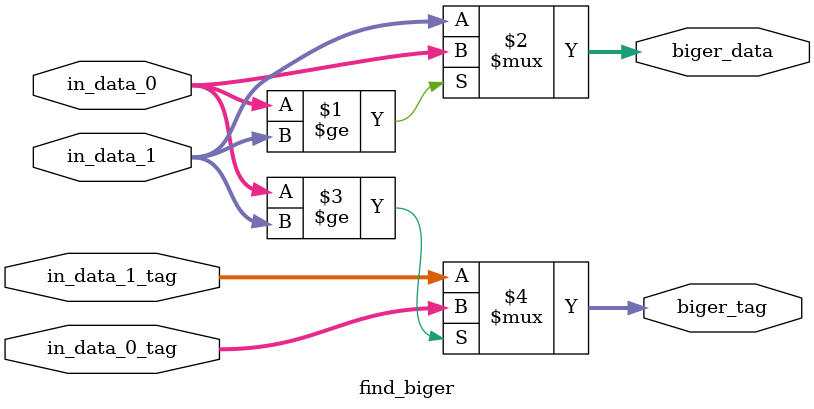
<source format=v>
module  FAS (data_valid, data, clk, rst, fir_d, fir_valid, fft_valid, done, freq,
 fft_d1, fft_d2, fft_d3, fft_d4, fft_d5, fft_d6, fft_d7, fft_d8,
 fft_d9, fft_d10, fft_d11, fft_d12, fft_d13, fft_d14, fft_d15, fft_d0);
input clk, rst;
input data_valid;
input [15:0] data; 

output fir_valid, fft_valid;
output [15:0] fir_d;
output [31:0] fft_d1, fft_d2, fft_d3, fft_d4, fft_d5, fft_d6, fft_d7, fft_d8;
output [31:0] fft_d9, fft_d10, fft_d11, fft_d12, fft_d13, fft_d14, fft_d15, fft_d0;
output done;
output [3:0] freq;
//`include "./dat/FIR_coefficient.dat"

FIR a(
.clk(clk),
.rst(rst),
.enable(data_valid),
.data_in(data),
.Y(fir_d),
.valid_out(fir_valid)
);

FFT b(
.clk(clk),
.rst(rst),
.fir_d(fir_d),
.fir_valid(fir_valid),
.fft_valid(fft_valid),
.fft_d0(fft_d0),
.fft_d1(fft_d1),
.fft_d2(fft_d2),
.fft_d3(fft_d3),
.fft_d4(fft_d4),
.fft_d5(fft_d5),
.fft_d6(fft_d6),
.fft_d7(fft_d7),
.fft_d8(fft_d8),
.fft_d9(fft_d9),
.fft_d10(fft_d10),
.fft_d11(fft_d11),
.fft_d12(fft_d12),
.fft_d13(fft_d13),
.fft_d14(fft_d14),
.fft_d15(fft_d15)
);


Analysis c(
.clk(clk),
.rst(rst),
.fft_valid(fft_valid),
.fft_d0(fft_d0),
.fft_d1(fft_d1),
.fft_d2(fft_d2),
.fft_d3(fft_d3),
.fft_d4(fft_d4),
.fft_d5(fft_d5),
.fft_d6(fft_d6),
.fft_d7(fft_d7),
.fft_d8(fft_d8),
.fft_d9(fft_d9),
.fft_d10(fft_d10),
.fft_d11(fft_d11),
.fft_d12(fft_d12),
.fft_d13(fft_d13),
.fft_d14(fft_d14),
.fft_d15(fft_d15),
.freq(freq),
.done(done)
);

endmodule


module Analysis(
input clk,
input rst,
input  fft_valid,
input [31:0] fft_d0,
input [31:0] fft_d1,
input [31:0] fft_d2,
input [31:0] fft_d3,
input [31:0] fft_d4,
input [31:0] fft_d5,
input [31:0] fft_d6,
input [31:0] fft_d7,
input [31:0] fft_d8,
input [31:0] fft_d9,
input [31:0] fft_d10,
input [31:0] fft_d11,
input [31:0] fft_d12,
input [31:0] fft_d13,
input [31:0] fft_d14,
input [31:0] fft_d15,

output [3:0] freq,
output done
);

wire [31:0]sum_d0,sum_d1,sum_d2,sum_d3,sum_d4,sum_d5,sum_d6,sum_d7,sum_d8,sum_d9,sum_d10,sum_d11,sum_d12,sum_d13,sum_d14,sum_d15;
wire [3:0]tag_d0,tag_d1,tag_d2,tag_d3,tag_d4,tag_d5,tag_d6,tag_d7,tag_d8,tag_d9,tag_d10,tag_d11,tag_d12,tag_d13,tag_d14,tag_d15;

wire buffer_array_valid;

buffer_array a(
.clk(clk),
.rst(rst),
.enable(fft_valid),
.fft_d0(fft_d0),
.fft_d1(fft_d1),
.fft_d2(fft_d2),
.fft_d3(fft_d3),
.fft_d4(fft_d4),
.fft_d5(fft_d5),
.fft_d6(fft_d6),
.fft_d7(fft_d7),
.fft_d8(fft_d8),
.fft_d9(fft_d9),
.fft_d10(fft_d10),
.fft_d11(fft_d11),
.fft_d12(fft_d12),
.fft_d13(fft_d13),
.fft_d14(fft_d14),
.fft_d15(fft_d15),

.sum_d0(sum_d0),
.sum_d1(sum_d1),
.sum_d2(sum_d2),
.sum_d3(sum_d3),
.sum_d4(sum_d4),
.sum_d5(sum_d5),
.sum_d6(sum_d6),
.sum_d7(sum_d7),
.sum_d8(sum_d8),
.sum_d9(sum_d9),
.sum_d10(sum_d10),
.sum_d11(sum_d11),
.sum_d12(sum_d12),
.sum_d13(sum_d13),
.sum_d14(sum_d14),
.sum_d15(sum_d15),

.tag_d0(tag_d0),
.tag_d1(tag_d1),
.tag_d2(tag_d2),
.tag_d3(tag_d3),
.tag_d4(tag_d4),
.tag_d5(tag_d5),
.tag_d6(tag_d6),
.tag_d7(tag_d7),
.tag_d8(tag_d8),
.tag_d9(tag_d9),
.tag_d10(tag_d10),
.tag_d11(tag_d11),
.tag_d12(tag_d12),
.tag_d13(tag_d13),
.tag_d14(tag_d14),
.tag_d15(tag_d15),
.done(buffer_array_valid)
);

find_max b(
.clk(clk),
.rst(rst),
.enable(buffer_array_valid),
.data_d0(sum_d0),
.data_d1(sum_d1),
.data_d2(sum_d2),
.data_d3(sum_d3),
.data_d4(sum_d4),
.data_d5(sum_d5),
.data_d6(sum_d6),
.data_d7(sum_d7),
.data_d8(sum_d8),
.data_d9(sum_d9),
.data_d10(sum_d10),
.data_d11(sum_d11),
.data_d12(sum_d12),
.data_d13(sum_d13),
.data_d14(sum_d14),
.data_d15(sum_d15),

.tag_d0(tag_d0),
.tag_d1(tag_d1),
.tag_d2(tag_d2),
.tag_d3(tag_d3),
.tag_d4(tag_d4),
.tag_d5(tag_d5),
.tag_d6(tag_d6),
.tag_d7(tag_d7),
.tag_d8(tag_d8),
.tag_d9(tag_d9),
.tag_d10(tag_d10),
.tag_d11(tag_d11),
.tag_d12(tag_d12),
.tag_d13(tag_d13),
.tag_d14(tag_d14),
.tag_d15(tag_d15),
.max(freq),
.done(done)
);

endmodule

module find_max(
input clk,
input rst,
input enable,
input [31:0] data_d0,
input [31:0] data_d1,
input [31:0] data_d2,
input [31:0] data_d3,
input [31:0] data_d4,
input [31:0] data_d5,
input [31:0] data_d6,
input [31:0] data_d7,
input [31:0] data_d8,
input [31:0] data_d9,
input [31:0] data_d10,
input [31:0] data_d11,
input [31:0] data_d12,
input [31:0] data_d13,
input [31:0] data_d14,
input [31:0] data_d15,

input [3:0] tag_d0,
input [3:0] tag_d1,
input [3:0] tag_d2,
input [3:0] tag_d3,
input [3:0] tag_d4,
input [3:0] tag_d5,
input [3:0] tag_d6,
input [3:0] tag_d7,
input [3:0] tag_d8,
input [3:0] tag_d9,
input [3:0] tag_d10,
input [3:0] tag_d11,
input [3:0] tag_d12,
input [3:0] tag_d13,
input [3:0] tag_d14,
input [3:0] tag_d15,

output [3:0]max,
output done
);

reg valid;

assign done=valid;

always@(posedge clk)
begin
	if(rst)
	valid<=0;
	else 
	valid<=enable;
end


wire [31:0] biger_data_level_1_0,biger_data_level_1_1,biger_data_level_1_2,
				biger_data_level_1_3,biger_data_level_1_4,biger_data_level_1_5,
				biger_data_level_1_6,biger_data_level_1_7;
wire [3:0] biger_tag_level_1_0,biger_tag_level_1_1,biger_tag_level_1_2,
				biger_tag_level_1_3,biger_tag_level_1_4,biger_tag_level_1_5,
				biger_tag_level_1_6,biger_tag_level_1_7;
				
wire [31:0] biger_data_level_2_0,biger_data_level_2_1,biger_data_level_2_2,
				biger_data_level_2_3;
wire [3:0] biger_tag_level_2_0,biger_tag_level_2_1,biger_tag_level_2_2,
				biger_tag_level_2_3;

wire [31:0] biger_data_level_3_0,biger_data_level_3_1;
wire [3:0] biger_tag_level_3_0,biger_tag_level_3_1;

wire [31:0] biger_data_level_4_0;
wire [3:0] biger_tag_level_4_0;

assign max=biger_tag_level_4_0;

find_biger a0(
.in_data_0(data_d0),
.in_data_1(data_d1),
.in_data_0_tag(tag_d0),
.in_data_1_tag(tag_d1),

.biger_data(biger_data_level_1_0),
.biger_tag(biger_tag_level_1_0)
);

find_biger a1(
.in_data_0(data_d2),
.in_data_1(data_d3),
.in_data_0_tag(tag_d2),
.in_data_1_tag(tag_d3),

.biger_data(biger_data_level_1_1),
.biger_tag(biger_tag_level_1_1)
);

find_biger a2(
.in_data_0(data_d4),
.in_data_1(data_d5),
.in_data_0_tag(tag_d4),
.in_data_1_tag(tag_d5),

.biger_data(biger_data_level_1_2),
.biger_tag(biger_tag_level_1_2)
);

find_biger a3(
.in_data_0(data_d6),
.in_data_1(data_d7),
.in_data_0_tag(tag_d6),
.in_data_1_tag(tag_d7),

.biger_data(biger_data_level_1_3),
.biger_tag(biger_tag_level_1_3)
);

find_biger a4(
.in_data_0(data_d8),
.in_data_1(data_d9),
.in_data_0_tag(tag_d8),
.in_data_1_tag(tag_d9),

.biger_data(biger_data_level_1_4),
.biger_tag(biger_tag_level_1_4)
);

find_biger a5(
.in_data_0(data_d10),
.in_data_1(data_d11),
.in_data_0_tag(tag_d10),
.in_data_1_tag(tag_d11),

.biger_data(biger_data_level_1_5),
.biger_tag(biger_tag_level_1_5)
);

find_biger a6(
.in_data_0(data_d12),
.in_data_1(data_d13),
.in_data_0_tag(tag_d12),
.in_data_1_tag(tag_d13),

.biger_data(biger_data_level_1_6),
.biger_tag(biger_tag_level_1_6)
);

find_biger a7(
.in_data_0(data_d14),
.in_data_1(data_d15),
.in_data_0_tag(tag_d14),
.in_data_1_tag(tag_d15),

.biger_data(biger_data_level_1_7),
.biger_tag(biger_tag_level_1_7)
);

find_biger b0(
.in_data_0(biger_data_level_1_0),
.in_data_1(biger_data_level_1_1),
.in_data_0_tag(biger_tag_level_1_0),
.in_data_1_tag(biger_tag_level_1_1),

.biger_data(biger_data_level_2_0),
.biger_tag(biger_tag_level_2_0)
);

find_biger b1(
.in_data_0(biger_data_level_1_2),
.in_data_1(biger_data_level_1_3),
.in_data_0_tag(biger_tag_level_1_2),
.in_data_1_tag(biger_tag_level_1_3),

.biger_data(biger_data_level_2_1),
.biger_tag(biger_tag_level_2_1)
);

find_biger b2(
.in_data_0(biger_data_level_1_4),
.in_data_1(biger_data_level_1_5),
.in_data_0_tag(biger_tag_level_1_4),
.in_data_1_tag(biger_tag_level_1_5),

.biger_data(biger_data_level_2_2),
.biger_tag(biger_tag_level_2_2)
);

find_biger b3(
.in_data_0(biger_data_level_1_6),
.in_data_1(biger_data_level_1_7),
.in_data_0_tag(biger_tag_level_1_6),
.in_data_1_tag(biger_tag_level_1_7),

.biger_data(biger_data_level_2_3),
.biger_tag(biger_tag_level_2_3)
);

find_biger c0(
.in_data_0(biger_data_level_2_0),
.in_data_1(biger_data_level_2_1),
.in_data_0_tag(biger_tag_level_2_0),
.in_data_1_tag(biger_tag_level_2_1),

.biger_data(biger_data_level_3_0),
.biger_tag(biger_tag_level_3_0)
);

find_biger c1(
.in_data_0(biger_data_level_2_2),
.in_data_1(biger_data_level_2_3),
.in_data_0_tag(biger_tag_level_2_2),
.in_data_1_tag(biger_tag_level_2_3),

.biger_data(biger_data_level_3_1),
.biger_tag(biger_tag_level_3_1)
);

find_biger d0(
.in_data_0(biger_data_level_3_0),
.in_data_1(biger_data_level_3_1),
.in_data_0_tag(biger_tag_level_3_0),
.in_data_1_tag(biger_tag_level_3_1),

.biger_data(biger_data_level_4_0),
.biger_tag(biger_tag_level_4_0)
);
endmodule

module find_biger(
input[31:0]in_data_0,
input[31:0]in_data_1,
input[3:0]in_data_0_tag,
input[3:0]in_data_1_tag,

output[31:0]biger_data,
output[3:0]biger_tag
);

assign biger_data=(in_data_0>=in_data_1)?in_data_0:in_data_1;
assign biger_tag=(in_data_0>=in_data_1)?in_data_0_tag:in_data_1_tag;

endmodule

</source>
